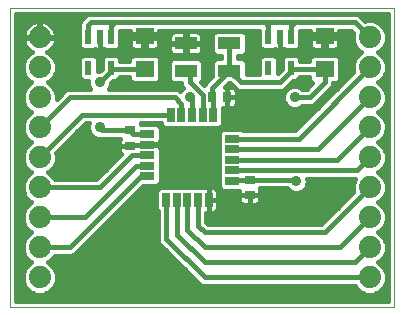
<source format=gtl>
G75*
G70*
%OFA0B0*%
%FSLAX24Y24*%
%IPPOS*%
%LPD*%
%AMOC8*
5,1,8,0,0,1.08239X$1,22.5*
%
%ADD10C,0.0000*%
%ADD11R,0.0354X0.0276*%
%ADD12R,0.0276X0.0354*%
%ADD13R,0.0217X0.0472*%
%ADD14R,0.0748X0.0433*%
%ADD15R,0.0630X0.0551*%
%ADD16R,0.0250X0.0500*%
%ADD17R,0.0500X0.0250*%
%ADD18C,0.0740*%
%ADD19C,0.0160*%
%ADD20C,0.0360*%
D10*
X000494Y000181D02*
X000494Y010177D01*
X013314Y010177D01*
X013314Y000181D01*
X000494Y000181D01*
D11*
X004494Y005576D03*
X004494Y006087D03*
X008494Y004437D03*
X008494Y003926D03*
D12*
X007750Y007181D03*
X007238Y007181D03*
D13*
X009120Y008170D03*
X009868Y008170D03*
X009868Y009193D03*
X009494Y009193D03*
X009120Y009193D03*
X003868Y009193D03*
X003494Y009193D03*
X003120Y009193D03*
X003120Y008170D03*
X003868Y008170D03*
D14*
X006366Y008079D03*
X006366Y008984D03*
X007822Y008984D03*
X007822Y008079D03*
D15*
X004994Y008130D03*
X004994Y009233D03*
X010994Y009233D03*
X010994Y008130D03*
D16*
X007281Y006599D03*
X006927Y006599D03*
X006573Y006599D03*
X006218Y006599D03*
X005864Y006599D03*
X005706Y003764D03*
X006061Y003764D03*
X006415Y003764D03*
X006769Y003764D03*
X007124Y003764D03*
D17*
X007911Y004394D03*
X007911Y004748D03*
X007911Y005103D03*
X007911Y005457D03*
X007911Y005811D03*
X005077Y005969D03*
X005077Y005614D03*
X005077Y005260D03*
X005077Y004906D03*
X005077Y004551D03*
D18*
X001494Y004181D03*
X001494Y005181D03*
X001494Y006181D03*
X001494Y007181D03*
X001494Y008181D03*
X001494Y009181D03*
X001494Y003181D03*
X001494Y002181D03*
X001494Y001181D03*
X012494Y001181D03*
X012494Y002181D03*
X012494Y003181D03*
X012494Y004181D03*
X012494Y005181D03*
X012494Y006181D03*
X012494Y007181D03*
X012494Y008181D03*
X012494Y009181D03*
D19*
X011994Y009681D01*
X009994Y009681D01*
X009868Y009555D01*
X009868Y009193D01*
X010176Y009218D02*
X010936Y009218D01*
X010936Y009175D02*
X010499Y009175D01*
X010499Y008933D01*
X010511Y008888D01*
X010535Y008846D01*
X010568Y008813D01*
X010609Y008789D01*
X010655Y008777D01*
X010936Y008777D01*
X010936Y009175D01*
X010936Y009290D01*
X010499Y009290D01*
X010499Y009401D01*
X010176Y009401D01*
X010176Y008874D01*
X010059Y008757D01*
X009677Y008757D01*
X009650Y008784D01*
X009626Y008777D01*
X009494Y008777D01*
X009494Y009193D01*
X009494Y009193D01*
X009494Y008777D01*
X009362Y008777D01*
X009337Y008784D01*
X009311Y008757D01*
X008929Y008757D01*
X008812Y008874D01*
X008812Y009401D01*
X005489Y009401D01*
X005489Y009290D01*
X005052Y009290D01*
X005052Y009175D01*
X005489Y009175D01*
X005489Y008933D01*
X005476Y008888D01*
X005453Y008846D01*
X005419Y008813D01*
X005378Y008789D01*
X005333Y008777D01*
X005052Y008777D01*
X005052Y009175D01*
X004936Y009175D01*
X004499Y009175D01*
X004499Y008933D01*
X004511Y008888D01*
X004535Y008846D01*
X004568Y008813D01*
X004609Y008789D01*
X004655Y008777D01*
X004936Y008777D01*
X004936Y009175D01*
X004936Y009290D01*
X004499Y009290D01*
X004499Y009401D01*
X004176Y009401D01*
X004176Y008874D01*
X004059Y008757D01*
X003677Y008757D01*
X003650Y008784D01*
X003626Y008777D01*
X003494Y008777D01*
X003494Y009193D01*
X003494Y009193D01*
X003494Y008777D01*
X003362Y008777D01*
X003337Y008784D01*
X003311Y008757D01*
X002929Y008757D01*
X002812Y008874D01*
X002812Y009512D01*
X002814Y009515D01*
X002814Y009637D01*
X002856Y009740D01*
X002935Y009819D01*
X003035Y009919D01*
X003138Y009961D01*
X003250Y009961D01*
X003938Y009961D01*
X008938Y009961D01*
X009938Y009961D01*
X012050Y009961D01*
X012152Y009919D01*
X012231Y009840D01*
X012338Y009734D01*
X012380Y009751D01*
X012607Y009751D01*
X012817Y009665D01*
X012977Y009504D01*
X013064Y009295D01*
X013064Y009068D01*
X012977Y008859D01*
X012817Y008698D01*
X012776Y008681D01*
X012817Y008665D01*
X012977Y008504D01*
X013064Y008295D01*
X013064Y008068D01*
X012977Y007859D01*
X012817Y007698D01*
X012776Y007681D01*
X012817Y007665D01*
X012977Y007504D01*
X013064Y007295D01*
X013064Y007068D01*
X012977Y006859D01*
X012817Y006698D01*
X012776Y006681D01*
X012817Y006665D01*
X012977Y006504D01*
X013064Y006295D01*
X013064Y006068D01*
X012977Y005859D01*
X012817Y005698D01*
X012776Y005681D01*
X012817Y005665D01*
X012977Y005504D01*
X013064Y005295D01*
X013064Y005068D01*
X012977Y004859D01*
X012817Y004698D01*
X012776Y004681D01*
X012817Y004665D01*
X012977Y004504D01*
X013064Y004295D01*
X013064Y004068D01*
X012977Y003859D01*
X012817Y003698D01*
X012776Y003681D01*
X012817Y003665D01*
X012977Y003504D01*
X013064Y003295D01*
X013064Y003068D01*
X012977Y002859D01*
X012817Y002698D01*
X012776Y002681D01*
X012817Y002665D01*
X012977Y002504D01*
X013064Y002295D01*
X013064Y002068D01*
X012977Y001859D01*
X012817Y001698D01*
X012776Y001681D01*
X012817Y001665D01*
X012977Y001504D01*
X013064Y001295D01*
X013064Y001068D01*
X012977Y000859D01*
X012817Y000698D01*
X012607Y000611D01*
X012380Y000611D01*
X012171Y000698D01*
X012011Y000859D01*
X011993Y000901D01*
X006938Y000901D01*
X006835Y000944D01*
X006756Y001023D01*
X005469Y002310D01*
X005426Y002413D01*
X005426Y002524D01*
X005426Y003386D01*
X005381Y003431D01*
X005381Y004097D01*
X005499Y004214D01*
X005853Y004214D01*
X006207Y004214D01*
X006562Y004214D01*
X006977Y004214D01*
X006997Y004194D01*
X007124Y004194D01*
X007124Y003764D01*
X007124Y003764D01*
X007429Y003764D01*
X007429Y003490D01*
X007416Y003445D01*
X007393Y003404D01*
X007359Y003370D01*
X007318Y003346D01*
X007272Y003334D01*
X007124Y003334D01*
X007124Y003764D01*
X007429Y003764D01*
X007429Y004038D01*
X007416Y004084D01*
X007393Y004125D01*
X007359Y004158D01*
X007318Y004182D01*
X007272Y004194D01*
X007124Y004194D01*
X007124Y003764D01*
X007124Y003764D01*
X007124Y003764D01*
X007124Y003334D01*
X007049Y003334D01*
X007049Y003022D01*
X007110Y002961D01*
X010878Y002961D01*
X011942Y004025D01*
X011924Y004068D01*
X011924Y004295D01*
X011996Y004468D01*
X010419Y004468D01*
X010424Y004457D01*
X010424Y004306D01*
X010366Y004166D01*
X010259Y004059D01*
X010119Y004001D01*
X009968Y004001D01*
X009829Y004059D01*
X009731Y004157D01*
X008825Y004157D01*
X008839Y004133D01*
X008851Y004087D01*
X008851Y003926D01*
X008494Y003926D01*
X008494Y003925D01*
X008494Y003608D01*
X008695Y003608D01*
X008740Y003620D01*
X008782Y003644D01*
X008815Y003677D01*
X008839Y003718D01*
X008851Y003764D01*
X008851Y003925D01*
X008494Y003925D01*
X008494Y003925D01*
X008494Y003608D01*
X008293Y003608D01*
X008247Y003620D01*
X008206Y003644D01*
X008173Y003677D01*
X008149Y003718D01*
X008137Y003764D01*
X008137Y003925D01*
X008493Y003925D01*
X008493Y003926D01*
X008137Y003926D01*
X008137Y004069D01*
X007578Y004069D01*
X007461Y004186D01*
X007461Y004540D01*
X007461Y004895D01*
X007461Y005249D01*
X007461Y005603D01*
X007461Y006019D01*
X007578Y006136D01*
X008244Y006136D01*
X008289Y006091D01*
X010008Y006091D01*
X011942Y008025D01*
X011924Y008068D01*
X011924Y008295D01*
X012011Y008504D01*
X012171Y008665D01*
X012212Y008681D01*
X012171Y008698D01*
X012011Y008859D01*
X011924Y009068D01*
X011924Y009295D01*
X011942Y009338D01*
X011878Y009401D01*
X011489Y009401D01*
X011489Y009290D01*
X011052Y009290D01*
X011052Y009175D01*
X011489Y009175D01*
X011489Y008933D01*
X011476Y008888D01*
X011453Y008846D01*
X011419Y008813D01*
X011378Y008789D01*
X011333Y008777D01*
X011052Y008777D01*
X011052Y009175D01*
X010936Y009175D01*
X010936Y009060D02*
X011052Y009060D01*
X011052Y009218D02*
X011924Y009218D01*
X011927Y009060D02*
X011489Y009060D01*
X011480Y008901D02*
X011993Y008901D01*
X012126Y008743D02*
X008396Y008743D01*
X008396Y008685D02*
X008396Y009284D01*
X008279Y009401D01*
X007365Y009401D01*
X007248Y009284D01*
X007248Y008685D01*
X007365Y008568D01*
X007542Y008568D01*
X007542Y008495D01*
X007365Y008495D01*
X007248Y008378D01*
X007248Y007901D01*
X007001Y007653D01*
X006976Y007595D01*
X006866Y007705D01*
X006939Y007779D01*
X006939Y008378D01*
X006822Y008495D01*
X005909Y008495D01*
X005791Y008378D01*
X005791Y007779D01*
X005909Y007662D01*
X006214Y007662D01*
X006214Y007626D01*
X006256Y007523D01*
X006277Y007502D01*
X006173Y007398D01*
X006152Y007419D01*
X006050Y007461D01*
X003811Y007461D01*
X003816Y007466D01*
X003874Y007606D01*
X003874Y007665D01*
X003942Y007733D01*
X004059Y007733D01*
X004176Y007850D01*
X004479Y007850D01*
X004479Y007772D01*
X004596Y007655D01*
X005392Y007655D01*
X005509Y007772D01*
X005509Y008489D01*
X005392Y008606D01*
X004596Y008606D01*
X004479Y008489D01*
X004479Y008410D01*
X004176Y008410D01*
X004176Y008489D01*
X004059Y008606D01*
X003677Y008606D01*
X003560Y008489D01*
X003560Y008143D01*
X003478Y008061D01*
X003428Y008061D01*
X003428Y008489D01*
X003311Y008606D01*
X002929Y008606D01*
X002812Y008489D01*
X002812Y007850D01*
X002929Y007733D01*
X003114Y007733D01*
X003114Y007606D01*
X003172Y007466D01*
X003176Y007461D01*
X002550Y007461D01*
X002438Y007461D01*
X002335Y007419D01*
X002064Y007147D01*
X002064Y007295D01*
X001977Y007504D01*
X001817Y007665D01*
X001776Y007681D01*
X001817Y007698D01*
X001977Y007859D01*
X002064Y008068D01*
X002064Y008295D01*
X001977Y008504D01*
X001817Y008665D01*
X001747Y008693D01*
X001782Y008711D01*
X001852Y008762D01*
X001913Y008823D01*
X001964Y008893D01*
X002004Y008970D01*
X002030Y009053D01*
X002044Y009138D01*
X002044Y009161D01*
X001514Y009161D01*
X001514Y009201D01*
X002044Y009201D01*
X002044Y009225D01*
X002030Y009310D01*
X002004Y009393D01*
X001964Y009470D01*
X001913Y009540D01*
X001852Y009601D01*
X001782Y009652D01*
X001705Y009691D01*
X001623Y009718D01*
X001537Y009731D01*
X001514Y009731D01*
X001514Y009202D01*
X001474Y009202D01*
X001474Y009731D01*
X001451Y009731D01*
X001365Y009718D01*
X001283Y009691D01*
X001206Y009652D01*
X001136Y009601D01*
X001074Y009540D01*
X001023Y009470D01*
X000984Y009393D01*
X000957Y009310D01*
X000944Y009225D01*
X000944Y009201D01*
X001474Y009201D01*
X001474Y009161D01*
X000944Y009161D01*
X000944Y009138D01*
X000957Y009053D01*
X000984Y008970D01*
X001023Y008893D01*
X001074Y008823D01*
X001136Y008762D01*
X001206Y008711D01*
X001240Y008693D01*
X001171Y008665D01*
X001011Y008504D01*
X000924Y008295D01*
X000924Y008068D01*
X001011Y007859D01*
X001171Y007698D01*
X001211Y007681D01*
X001171Y007665D01*
X001011Y007504D01*
X000924Y007295D01*
X000924Y007068D01*
X001011Y006859D01*
X001171Y006698D01*
X001212Y006681D01*
X001171Y006665D01*
X001011Y006504D01*
X000924Y006295D01*
X000924Y006068D01*
X001011Y005859D01*
X001171Y005698D01*
X001212Y005681D01*
X001171Y005665D01*
X001011Y005504D01*
X000924Y005295D01*
X000924Y005068D01*
X001011Y004859D01*
X001171Y004698D01*
X001212Y004681D01*
X001171Y004665D01*
X001011Y004504D01*
X000924Y004295D01*
X000924Y004068D01*
X001011Y003859D01*
X001171Y003698D01*
X001212Y003681D01*
X001171Y003665D01*
X001011Y003504D01*
X000924Y003295D01*
X000924Y003068D01*
X001011Y002859D01*
X001171Y002698D01*
X001212Y002681D01*
X001171Y002665D01*
X001011Y002504D01*
X000924Y002295D01*
X000924Y002068D01*
X001011Y001859D01*
X001171Y001698D01*
X001212Y001681D01*
X001171Y001665D01*
X001011Y001504D01*
X000924Y001295D01*
X000924Y001068D01*
X001011Y000859D01*
X001171Y000698D01*
X001380Y000611D01*
X001607Y000611D01*
X001817Y000698D01*
X001977Y000859D01*
X002064Y001068D01*
X002064Y001295D01*
X001977Y001504D01*
X001817Y001665D01*
X001776Y001681D01*
X001817Y001698D01*
X001977Y001859D01*
X001995Y001901D01*
X002550Y001901D01*
X002652Y001944D01*
X002731Y002023D01*
X004935Y004226D01*
X005409Y004226D01*
X005526Y004344D01*
X005526Y004698D01*
X005526Y005114D01*
X005526Y005468D01*
X005506Y005488D01*
X005506Y005614D01*
X005077Y005614D01*
X005077Y005615D01*
X005506Y005615D01*
X005506Y005741D01*
X005526Y005761D01*
X005526Y006177D01*
X005409Y006294D01*
X004871Y006294D01*
X004871Y006308D01*
X004860Y006319D01*
X005539Y006319D01*
X005539Y006266D01*
X005656Y006149D01*
X006072Y006149D01*
X006426Y006149D01*
X006780Y006149D01*
X007135Y006149D01*
X007489Y006149D01*
X007606Y006266D01*
X007606Y006824D01*
X007750Y006824D01*
X007911Y006824D01*
X007957Y006837D01*
X007998Y006860D01*
X008032Y006894D01*
X008055Y006935D01*
X008068Y006981D01*
X008068Y007181D01*
X007750Y007181D01*
X007750Y006824D01*
X007750Y007181D01*
X007750Y007181D01*
X007750Y007182D01*
X007750Y007182D01*
X007750Y007539D01*
X007911Y007539D01*
X007957Y007526D01*
X007998Y007503D01*
X008032Y007469D01*
X008055Y007428D01*
X008068Y007382D01*
X008068Y007182D01*
X007750Y007182D01*
X007750Y007539D01*
X007678Y007539D01*
X007802Y007662D01*
X007843Y007662D01*
X008061Y007444D01*
X008164Y007401D01*
X008275Y007401D01*
X009550Y007401D01*
X009652Y007444D01*
X009731Y007523D01*
X009942Y007733D01*
X010059Y007733D01*
X010176Y007850D01*
X010479Y007850D01*
X010479Y007772D01*
X010584Y007667D01*
X010378Y007461D01*
X010251Y007461D01*
X010209Y007504D01*
X010069Y007561D01*
X009918Y007561D01*
X009779Y007504D01*
X009672Y007397D01*
X009614Y007257D01*
X009614Y007106D01*
X009672Y006966D01*
X009779Y006859D01*
X009918Y006801D01*
X010069Y006801D01*
X010209Y006859D01*
X010251Y006901D01*
X010438Y006901D01*
X010550Y006901D01*
X010652Y006944D01*
X011152Y007444D01*
X011152Y007444D01*
X011231Y007523D01*
X011274Y007626D01*
X011274Y007655D01*
X011392Y007655D01*
X011509Y007772D01*
X011509Y008489D01*
X011392Y008606D01*
X010596Y008606D01*
X010479Y008489D01*
X010479Y008410D01*
X010176Y008410D01*
X010176Y008489D01*
X010059Y008606D01*
X009677Y008606D01*
X009560Y008489D01*
X009560Y008143D01*
X009428Y008012D01*
X009428Y008489D01*
X009311Y008606D01*
X008929Y008606D01*
X008812Y008489D01*
X008812Y007961D01*
X008396Y007961D01*
X008396Y008378D01*
X008279Y008495D01*
X008102Y008495D01*
X008102Y008568D01*
X008279Y008568D01*
X008396Y008685D01*
X008296Y008584D02*
X008907Y008584D01*
X008812Y008426D02*
X008349Y008426D01*
X008396Y008267D02*
X008812Y008267D01*
X008812Y008109D02*
X008396Y008109D01*
X008219Y007681D02*
X007822Y008079D01*
X007238Y007494D01*
X007238Y007181D01*
X007281Y007138D01*
X007281Y006599D01*
X006927Y006599D02*
X006927Y007248D01*
X006494Y007681D01*
X006494Y007950D01*
X006366Y008079D01*
X006214Y007633D02*
X003874Y007633D01*
X003819Y007474D02*
X006249Y007474D01*
X006494Y007181D02*
X006573Y007103D01*
X006573Y006599D01*
X006218Y006599D02*
X006218Y006957D01*
X005994Y007181D01*
X002494Y007181D01*
X001494Y006181D01*
X000998Y005889D02*
X000694Y005889D01*
X000694Y005730D02*
X001139Y005730D01*
X001078Y005572D02*
X000694Y005572D01*
X000694Y005413D02*
X000973Y005413D01*
X000924Y005255D02*
X000694Y005255D01*
X000694Y005096D02*
X000924Y005096D01*
X000978Y004938D02*
X000694Y004938D01*
X000694Y004779D02*
X001090Y004779D01*
X001127Y004621D02*
X000694Y004621D01*
X000694Y004462D02*
X000993Y004462D01*
X000927Y004304D02*
X000694Y004304D01*
X000694Y004145D02*
X000924Y004145D01*
X000958Y003986D02*
X000694Y003986D01*
X000694Y003828D02*
X001041Y003828D01*
X001182Y003669D02*
X000694Y003669D01*
X000694Y003511D02*
X001017Y003511D01*
X000948Y003352D02*
X000694Y003352D01*
X000694Y003194D02*
X000924Y003194D01*
X000937Y003035D02*
X000694Y003035D01*
X000694Y002877D02*
X001003Y002877D01*
X001151Y002718D02*
X000694Y002718D01*
X000694Y002560D02*
X001066Y002560D01*
X000968Y002401D02*
X000694Y002401D01*
X000694Y002242D02*
X000924Y002242D01*
X000924Y002084D02*
X000694Y002084D01*
X000694Y001925D02*
X000983Y001925D01*
X001102Y001767D02*
X000694Y001767D01*
X000694Y001608D02*
X001115Y001608D01*
X000988Y001450D02*
X000694Y001450D01*
X000694Y001291D02*
X000924Y001291D01*
X000924Y001133D02*
X000694Y001133D01*
X000694Y000974D02*
X000963Y000974D01*
X001054Y000816D02*
X000694Y000816D01*
X000694Y000657D02*
X001270Y000657D01*
X001717Y000657D02*
X012270Y000657D01*
X012054Y000816D02*
X001934Y000816D01*
X002025Y000974D02*
X006805Y000974D01*
X006647Y001133D02*
X002064Y001133D01*
X002064Y001291D02*
X006488Y001291D01*
X006330Y001450D02*
X002000Y001450D01*
X001873Y001608D02*
X006171Y001608D01*
X006012Y001767D02*
X001885Y001767D01*
X001494Y002181D02*
X002494Y002181D01*
X004864Y004551D01*
X005077Y004551D01*
X005526Y004621D02*
X007461Y004621D01*
X007461Y004462D02*
X005526Y004462D01*
X005486Y004304D02*
X007461Y004304D01*
X007502Y004145D02*
X007372Y004145D01*
X007429Y003986D02*
X008137Y003986D01*
X008137Y003828D02*
X007429Y003828D01*
X007429Y003669D02*
X008180Y003669D01*
X008494Y003669D02*
X008494Y003669D01*
X008494Y003828D02*
X008494Y003828D01*
X008807Y003669D02*
X011586Y003669D01*
X011744Y003828D02*
X008851Y003828D01*
X008851Y003986D02*
X011903Y003986D01*
X011924Y004145D02*
X010345Y004145D01*
X010423Y004304D02*
X011927Y004304D01*
X011993Y004462D02*
X010422Y004462D01*
X010044Y004381D02*
X009988Y004437D01*
X008494Y004437D01*
X007954Y004437D01*
X007911Y004394D01*
X007911Y004748D02*
X012061Y004748D01*
X012494Y005181D01*
X012898Y004779D02*
X013114Y004779D01*
X013114Y004938D02*
X013010Y004938D01*
X013064Y005096D02*
X013114Y005096D01*
X013114Y005255D02*
X013064Y005255D01*
X013015Y005413D02*
X013114Y005413D01*
X013114Y005572D02*
X012909Y005572D01*
X012849Y005730D02*
X013114Y005730D01*
X013114Y005889D02*
X012990Y005889D01*
X013055Y006048D02*
X013114Y006048D01*
X013114Y006206D02*
X013064Y006206D01*
X013035Y006365D02*
X013114Y006365D01*
X013114Y006523D02*
X012958Y006523D01*
X013114Y006682D02*
X012777Y006682D01*
X012959Y006840D02*
X013114Y006840D01*
X013114Y006999D02*
X013035Y006999D01*
X013064Y007157D02*
X013114Y007157D01*
X013114Y007316D02*
X013055Y007316D01*
X013114Y007474D02*
X012989Y007474D01*
X013114Y007633D02*
X012848Y007633D01*
X012910Y007791D02*
X013114Y007791D01*
X013114Y007950D02*
X013015Y007950D01*
X013064Y008109D02*
X013114Y008109D01*
X013114Y008267D02*
X013064Y008267D01*
X013114Y008426D02*
X013010Y008426D01*
X013114Y008584D02*
X012897Y008584D01*
X012861Y008743D02*
X013114Y008743D01*
X013114Y008901D02*
X012995Y008901D01*
X013060Y009060D02*
X013114Y009060D01*
X013114Y009218D02*
X013064Y009218D01*
X013030Y009377D02*
X013114Y009377D01*
X013114Y009535D02*
X012946Y009535D01*
X013114Y009694D02*
X012746Y009694D01*
X013114Y009853D02*
X012219Y009853D01*
X011902Y009377D02*
X011489Y009377D01*
X011052Y008901D02*
X010936Y008901D01*
X010507Y008901D02*
X010176Y008901D01*
X010176Y009060D02*
X010499Y009060D01*
X010499Y009377D02*
X010176Y009377D01*
X009994Y009681D02*
X008994Y009681D01*
X009120Y009555D01*
X009120Y009193D01*
X008812Y009218D02*
X008396Y009218D01*
X008396Y009060D02*
X008812Y009060D01*
X008812Y008901D02*
X008396Y008901D01*
X007822Y008984D02*
X007822Y008079D01*
X008219Y007681D02*
X009494Y007681D01*
X009868Y008055D01*
X009868Y008170D01*
X009907Y008130D01*
X010994Y008130D01*
X010994Y007681D01*
X010494Y007181D01*
X009994Y007181D01*
X009638Y007316D02*
X008068Y007316D01*
X008068Y007157D02*
X009614Y007157D01*
X009658Y006999D02*
X008068Y006999D01*
X007963Y006840D02*
X009824Y006840D01*
X010163Y006840D02*
X010757Y006840D01*
X010598Y006682D02*
X007606Y006682D01*
X007750Y006840D02*
X007750Y006840D01*
X007750Y006999D02*
X007750Y006999D01*
X007750Y007157D02*
X007750Y007157D01*
X007750Y007316D02*
X007750Y007316D01*
X007750Y007474D02*
X007750Y007474D01*
X007772Y007633D02*
X007872Y007633D01*
X008026Y007474D02*
X008030Y007474D01*
X007248Y007950D02*
X006939Y007950D01*
X006939Y007791D02*
X007139Y007791D01*
X006992Y007633D02*
X006938Y007633D01*
X006939Y008109D02*
X007248Y008109D01*
X007248Y008267D02*
X006939Y008267D01*
X006892Y008426D02*
X007296Y008426D01*
X007349Y008584D02*
X005413Y008584D01*
X005509Y008426D02*
X005839Y008426D01*
X005922Y008600D02*
X005968Y008588D01*
X006337Y008588D01*
X006337Y008956D01*
X005811Y008956D01*
X005811Y008744D01*
X005824Y008698D01*
X005847Y008657D01*
X005881Y008624D01*
X005922Y008600D01*
X005812Y008743D02*
X001826Y008743D01*
X001897Y008584D02*
X002907Y008584D01*
X002812Y008426D02*
X002010Y008426D01*
X002064Y008267D02*
X002812Y008267D01*
X002812Y008109D02*
X002064Y008109D01*
X002015Y007950D02*
X002812Y007950D01*
X002871Y007791D02*
X001910Y007791D01*
X001848Y007633D02*
X003114Y007633D01*
X003168Y007474D02*
X001989Y007474D01*
X002055Y007316D02*
X002232Y007316D01*
X002074Y007157D02*
X002064Y007157D01*
X001211Y006682D02*
X000694Y006682D01*
X000694Y006840D02*
X001029Y006840D01*
X000953Y006999D02*
X000694Y006999D01*
X000694Y007157D02*
X000924Y007157D01*
X000933Y007316D02*
X000694Y007316D01*
X000694Y007474D02*
X000998Y007474D01*
X001139Y007633D02*
X000694Y007633D01*
X000694Y007791D02*
X001078Y007791D01*
X000973Y007950D02*
X000694Y007950D01*
X000694Y008109D02*
X000924Y008109D01*
X000924Y008267D02*
X000694Y008267D01*
X000694Y008426D02*
X000978Y008426D01*
X001091Y008584D02*
X000694Y008584D01*
X000694Y008743D02*
X001162Y008743D01*
X001019Y008901D02*
X000694Y008901D01*
X000694Y009060D02*
X000956Y009060D01*
X000944Y009218D02*
X000694Y009218D01*
X000694Y009377D02*
X000979Y009377D01*
X001071Y009535D02*
X000694Y009535D01*
X000694Y009694D02*
X001292Y009694D01*
X001474Y009694D02*
X001514Y009694D01*
X001514Y009535D02*
X001474Y009535D01*
X001474Y009377D02*
X001514Y009377D01*
X001514Y009218D02*
X001474Y009218D01*
X001916Y009535D02*
X002814Y009535D01*
X002812Y009377D02*
X002009Y009377D01*
X002044Y009218D02*
X002812Y009218D01*
X002812Y009060D02*
X002031Y009060D01*
X001968Y008901D02*
X002812Y008901D01*
X003120Y009193D02*
X003094Y009219D01*
X003094Y009581D01*
X003194Y009681D01*
X003994Y009681D01*
X003868Y009555D01*
X003868Y009193D01*
X004176Y009218D02*
X004936Y009218D01*
X005052Y009218D02*
X005811Y009218D01*
X005811Y009224D02*
X005811Y009012D01*
X006337Y009012D01*
X006337Y008956D01*
X006394Y008956D01*
X006394Y009012D01*
X006919Y009012D01*
X006919Y009224D01*
X006907Y009270D01*
X006884Y009311D01*
X006850Y009345D01*
X006809Y009368D01*
X006763Y009381D01*
X006394Y009381D01*
X006394Y009013D01*
X006337Y009013D01*
X006337Y009381D01*
X005968Y009381D01*
X005922Y009368D01*
X005881Y009345D01*
X005847Y009311D01*
X005824Y009270D01*
X005811Y009224D01*
X005811Y009060D02*
X005489Y009060D01*
X005480Y008901D02*
X005811Y008901D01*
X006337Y008901D02*
X006394Y008901D01*
X006394Y008956D02*
X006394Y008588D01*
X006763Y008588D01*
X006809Y008600D01*
X006850Y008624D01*
X006884Y008657D01*
X006907Y008698D01*
X006919Y008744D01*
X006919Y008956D01*
X006394Y008956D01*
X006394Y009060D02*
X006337Y009060D01*
X006337Y009218D02*
X006394Y009218D01*
X006394Y009377D02*
X006337Y009377D01*
X005954Y009377D02*
X005489Y009377D01*
X005052Y009060D02*
X004936Y009060D01*
X004936Y008901D02*
X005052Y008901D01*
X004507Y008901D02*
X004176Y008901D01*
X004176Y009060D02*
X004499Y009060D01*
X004499Y009377D02*
X004176Y009377D01*
X003994Y009681D02*
X008994Y009681D01*
X008812Y009377D02*
X008303Y009377D01*
X007342Y009377D02*
X006777Y009377D01*
X006919Y009218D02*
X007248Y009218D01*
X007248Y009060D02*
X006919Y009060D01*
X006919Y008901D02*
X007248Y008901D01*
X007248Y008743D02*
X006919Y008743D01*
X006394Y008743D02*
X006337Y008743D01*
X005791Y008267D02*
X005509Y008267D01*
X005509Y008109D02*
X005791Y008109D01*
X005791Y007950D02*
X005509Y007950D01*
X005509Y007791D02*
X005791Y007791D01*
X004994Y008130D02*
X003907Y008130D01*
X003868Y008170D01*
X003868Y008055D01*
X003494Y007681D01*
X003525Y008109D02*
X003428Y008109D01*
X003428Y008267D02*
X003560Y008267D01*
X003560Y008426D02*
X003428Y008426D01*
X003332Y008584D02*
X003655Y008584D01*
X003494Y008901D02*
X003494Y008901D01*
X003494Y009060D02*
X003494Y009060D01*
X004081Y008584D02*
X004574Y008584D01*
X004479Y008426D02*
X004176Y008426D01*
X004117Y007791D02*
X004479Y007791D01*
X005864Y006599D02*
X002911Y006599D01*
X001494Y005181D01*
X001898Y004779D02*
X003696Y004779D01*
X003854Y004938D02*
X002010Y004938D01*
X001977Y004859D02*
X002064Y005068D01*
X002064Y005295D01*
X002046Y005338D01*
X003027Y006319D01*
X003139Y006319D01*
X003114Y006257D01*
X003114Y006106D01*
X003172Y005966D01*
X003279Y005859D01*
X003418Y005801D01*
X003569Y005801D01*
X003584Y005807D01*
X003644Y005807D01*
X004163Y005807D01*
X004149Y005783D01*
X004137Y005737D01*
X004137Y005576D01*
X004493Y005576D01*
X004493Y005575D01*
X004137Y005575D01*
X004137Y005414D01*
X004149Y005368D01*
X004173Y005327D01*
X004206Y005294D01*
X004209Y005292D01*
X003378Y004461D01*
X001995Y004461D01*
X001977Y004504D01*
X001817Y004665D01*
X001776Y004681D01*
X001817Y004698D01*
X001977Y004859D01*
X001861Y004621D02*
X003537Y004621D01*
X003379Y004462D02*
X001995Y004462D01*
X001494Y004181D02*
X003494Y004181D01*
X004573Y005260D01*
X005077Y005260D01*
X005077Y004906D02*
X004718Y004906D01*
X002994Y003181D01*
X001494Y003181D01*
X002792Y002084D02*
X005695Y002084D01*
X005537Y002242D02*
X002951Y002242D01*
X003109Y002401D02*
X005431Y002401D01*
X005426Y002560D02*
X003268Y002560D01*
X003426Y002718D02*
X005426Y002718D01*
X005426Y002877D02*
X003585Y002877D01*
X003744Y003035D02*
X005426Y003035D01*
X005426Y003194D02*
X003902Y003194D01*
X004061Y003352D02*
X005426Y003352D01*
X005381Y003511D02*
X004219Y003511D01*
X004378Y003669D02*
X005381Y003669D01*
X005381Y003828D02*
X004536Y003828D01*
X004695Y003986D02*
X005381Y003986D01*
X005430Y004145D02*
X004853Y004145D01*
X005706Y003764D02*
X005706Y002469D01*
X006994Y001181D01*
X012494Y001181D01*
X013025Y000974D02*
X013114Y000974D01*
X013114Y001133D02*
X013064Y001133D01*
X013064Y001291D02*
X013114Y001291D01*
X013114Y001450D02*
X013000Y001450D01*
X013114Y001608D02*
X012873Y001608D01*
X012885Y001767D02*
X013114Y001767D01*
X013114Y001925D02*
X013005Y001925D01*
X013064Y002084D02*
X013114Y002084D01*
X013114Y002242D02*
X013064Y002242D01*
X013020Y002401D02*
X013114Y002401D01*
X013114Y002560D02*
X012922Y002560D01*
X012837Y002718D02*
X013114Y002718D01*
X013114Y002877D02*
X012985Y002877D01*
X013050Y003035D02*
X013114Y003035D01*
X013114Y003194D02*
X013064Y003194D01*
X013040Y003352D02*
X013114Y003352D01*
X013114Y003511D02*
X012971Y003511D01*
X013114Y003669D02*
X012805Y003669D01*
X012946Y003828D02*
X013114Y003828D01*
X013114Y003986D02*
X013030Y003986D01*
X013064Y004145D02*
X013114Y004145D01*
X013114Y004304D02*
X013060Y004304D01*
X013114Y004462D02*
X012995Y004462D01*
X013114Y004621D02*
X012861Y004621D01*
X012494Y004181D02*
X010994Y002681D01*
X006994Y002681D01*
X006769Y002906D01*
X006769Y003764D01*
X007124Y003828D02*
X007124Y003828D01*
X007124Y003669D02*
X007124Y003669D01*
X007124Y003511D02*
X007124Y003511D01*
X007124Y003352D02*
X007124Y003352D01*
X007049Y003194D02*
X011110Y003194D01*
X011269Y003352D02*
X007328Y003352D01*
X007429Y003511D02*
X011427Y003511D01*
X010952Y003035D02*
X007049Y003035D01*
X006415Y002760D02*
X006994Y002181D01*
X011494Y002181D01*
X012494Y003181D01*
X012494Y002181D02*
X011994Y001681D01*
X006994Y001681D01*
X006061Y002614D01*
X006061Y003764D01*
X006415Y003764D02*
X006415Y002760D01*
X005854Y001925D02*
X002607Y001925D01*
X000694Y000499D02*
X013114Y000499D01*
X013114Y000381D02*
X000694Y000381D01*
X000694Y009977D01*
X013114Y009977D01*
X013114Y000381D01*
X013114Y000657D02*
X012717Y000657D01*
X012934Y000816D02*
X013114Y000816D01*
X009743Y004145D02*
X008832Y004145D01*
X007461Y004779D02*
X005526Y004779D01*
X005526Y004938D02*
X007461Y004938D01*
X007461Y005096D02*
X005526Y005096D01*
X005526Y005255D02*
X007461Y005255D01*
X007461Y005413D02*
X005526Y005413D01*
X005506Y005572D02*
X007461Y005572D01*
X007461Y005730D02*
X005506Y005730D01*
X005526Y005889D02*
X007461Y005889D01*
X007490Y006048D02*
X005526Y006048D01*
X005497Y006206D02*
X005599Y006206D01*
X005077Y005969D02*
X004612Y005969D01*
X004494Y006087D01*
X003588Y006087D01*
X003494Y006181D01*
X003138Y006048D02*
X002756Y006048D01*
X002914Y006206D02*
X003114Y006206D01*
X003249Y005889D02*
X002597Y005889D01*
X002439Y005730D02*
X004137Y005730D01*
X004137Y005572D02*
X002280Y005572D01*
X002122Y005413D02*
X004137Y005413D01*
X004171Y005255D02*
X002064Y005255D01*
X002064Y005096D02*
X004013Y005096D01*
X004494Y005576D02*
X004533Y005614D01*
X005077Y005614D01*
X007124Y004145D02*
X007124Y004145D01*
X007124Y003986D02*
X007124Y003986D01*
X007911Y005103D02*
X011415Y005103D01*
X012494Y006181D01*
X012494Y007181D02*
X010769Y005457D01*
X007911Y005457D01*
X007911Y005811D02*
X010124Y005811D01*
X012494Y008181D01*
X011978Y008426D02*
X011509Y008426D01*
X011413Y008584D02*
X012091Y008584D01*
X011924Y008267D02*
X011509Y008267D01*
X011509Y008109D02*
X011924Y008109D01*
X011867Y007950D02*
X011509Y007950D01*
X011509Y007791D02*
X011708Y007791D01*
X011549Y007633D02*
X011274Y007633D01*
X011183Y007474D02*
X011391Y007474D01*
X011232Y007316D02*
X011024Y007316D01*
X011074Y007157D02*
X010866Y007157D01*
X010915Y006999D02*
X010707Y006999D01*
X010440Y006523D02*
X007606Y006523D01*
X007606Y006365D02*
X010281Y006365D01*
X010123Y006206D02*
X007546Y006206D01*
X009683Y007474D02*
X009749Y007474D01*
X009841Y007633D02*
X010549Y007633D01*
X010479Y007791D02*
X010117Y007791D01*
X010238Y007474D02*
X010391Y007474D01*
X009525Y008109D02*
X009428Y008109D01*
X009428Y008267D02*
X009560Y008267D01*
X009560Y008426D02*
X009428Y008426D01*
X009332Y008584D02*
X009655Y008584D01*
X009494Y008901D02*
X009494Y008901D01*
X009494Y009060D02*
X009494Y009060D01*
X010081Y008584D02*
X010574Y008584D01*
X010479Y008426D02*
X010176Y008426D01*
X002969Y009853D02*
X000694Y009853D01*
X001696Y009694D02*
X002837Y009694D01*
X001029Y006523D02*
X000694Y006523D01*
X000694Y006365D02*
X000953Y006365D01*
X000924Y006206D02*
X000694Y006206D01*
X000694Y006048D02*
X000932Y006048D01*
D20*
X003494Y006181D03*
X003494Y007681D03*
X006494Y007181D03*
X009994Y007181D03*
X010044Y004381D03*
M02*

</source>
